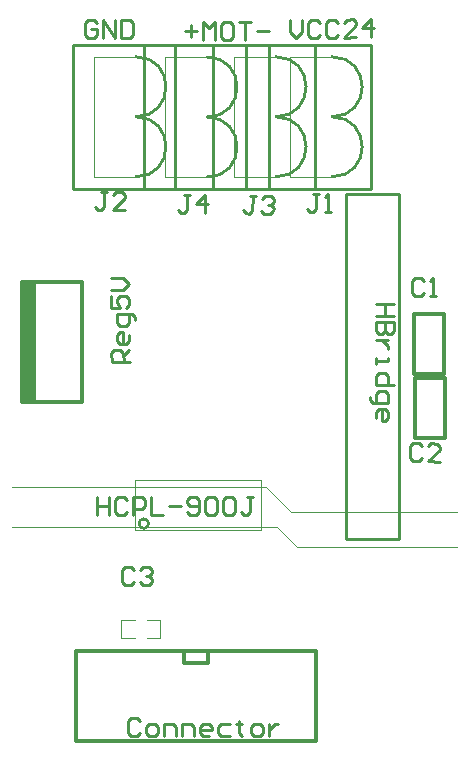
<source format=gto>
%FSLAX24Y24*%
%MOIN*%
G70*
G01*
G75*
G04 Layer_Color=65535*
%ADD10R,0.0400X0.0500*%
%ADD11R,0.0200X0.0500*%
%ADD12C,0.0236*%
%ADD13C,0.0315*%
%ADD14R,0.1200X0.1200*%
%ADD15C,0.1200*%
%ADD16O,0.0787X0.0591*%
%ADD17O,0.1500X0.0700*%
%ADD18R,0.1500X0.0700*%
%ADD19C,0.0700*%
%ADD20C,0.2362*%
%ADD21C,0.0620*%
%ADD22C,0.0500*%
%ADD23R,0.0500X0.0400*%
%ADD24C,0.0787*%
%ADD25C,0.1181*%
%ADD26C,0.0984*%
%ADD27C,0.0591*%
%ADD28C,0.0100*%
%ADD29C,0.0039*%
%ADD30C,0.0120*%
%ADD31C,0.0020*%
G54D28*
X-21570Y10930D02*
G03*
X-21570Y12930I0J1000D01*
G01*
D02*
G03*
X-21570Y14930I0J1000D01*
G01*
X-28110Y10930D02*
G03*
X-28110Y12930I0J1000D01*
G01*
D02*
G03*
X-28110Y14930I0J1000D01*
G01*
X-23440Y10930D02*
G03*
X-23440Y12930I0J1000D01*
G01*
D02*
G03*
X-23440Y14930I0J1000D01*
G01*
X-25740Y10920D02*
G03*
X-25740Y12920I0J1000D01*
G01*
D02*
G03*
X-25740Y14920I0J1000D01*
G01*
X-27692Y-630D02*
G03*
X-27692Y-630I-158J0D01*
G01*
X-23670Y15330D02*
X-20270D01*
Y10530D02*
Y15330D01*
X-23670Y10530D02*
Y15330D01*
Y10530D02*
X-20270D01*
X-30210Y15330D02*
X-26810D01*
Y10530D02*
Y15330D01*
X-30210Y10530D02*
Y15330D01*
Y10530D02*
X-26810D01*
X-25540Y15330D02*
X-22140D01*
Y10530D02*
Y15330D01*
X-25540Y10530D02*
Y15330D01*
Y10530D02*
X-22140D01*
X-27840Y15320D02*
X-24440D01*
Y10520D02*
Y15320D01*
X-27840Y10520D02*
Y15320D01*
Y10520D02*
X-24440D01*
X-19346Y-1140D02*
Y10356D01*
X-21118Y-1140D02*
X-19346D01*
X-21118D02*
Y10356D01*
X-19346D01*
X-22974Y16160D02*
X-22971Y15760D01*
X-22770Y15561D01*
X-22571Y15762D01*
X-22574Y16162D01*
X-21973Y16066D02*
X-22074Y16165D01*
X-22274Y16164D01*
X-22373Y16063D01*
X-22371Y15664D01*
X-22270Y15564D01*
X-22070Y15565D01*
X-21971Y15666D01*
X-21374Y16070D02*
X-21474Y16169D01*
X-21674Y16168D01*
X-21773Y16067D01*
X-21771Y15667D01*
X-21670Y15568D01*
X-21471Y15569D01*
X-21371Y15670D01*
X-20771Y15573D02*
X-21171Y15571D01*
X-20773Y15973D01*
X-20774Y16073D01*
X-20874Y16173D01*
X-21074Y16171D01*
X-21174Y16071D01*
X-20271Y15576D02*
X-20275Y16176D01*
X-20573Y15874D01*
X-20173Y15877D01*
X-26480Y15800D02*
X-26080D01*
X-26280Y16000D02*
Y15600D01*
X-25880Y15500D02*
Y16100D01*
X-25680Y15900D01*
X-25480Y16100D01*
Y15500D01*
X-24980Y16100D02*
X-25180D01*
X-25280Y16000D01*
Y15600D01*
X-25180Y15500D01*
X-24980D01*
X-24881Y15600D01*
Y16000D01*
X-24980Y16100D01*
X-24681D02*
X-24281D01*
X-24481D01*
Y15500D01*
X-24081Y15800D02*
X-23681D01*
X-29400Y16060D02*
X-29500Y16160D01*
X-29700D01*
X-29800Y16060D01*
Y15660D01*
X-29700Y15560D01*
X-29500D01*
X-29400Y15660D01*
Y15860D01*
X-29600D01*
X-29200Y15560D02*
Y16160D01*
X-28800Y15560D01*
Y16160D01*
X-28600D02*
Y15560D01*
X-28300D01*
X-28201Y15660D01*
Y16060D01*
X-28300Y16160D01*
X-28600D01*
X-26312Y10324D02*
X-26512Y10327D01*
X-26412Y10326D01*
X-26419Y9826D01*
X-26520Y9727D01*
X-26620Y9729D01*
X-26719Y9830D01*
X-25820Y9718D02*
X-25812Y10318D01*
X-26116Y10022D01*
X-25716Y10017D01*
X-24112Y10297D02*
X-24312Y10303D01*
X-24212Y10300D01*
X-24227Y9801D01*
X-24330Y9704D01*
X-24430Y9707D01*
X-24527Y9810D01*
X-23915Y10191D02*
X-23812Y10288D01*
X-23612Y10282D01*
X-23516Y10179D01*
X-23519Y10079D01*
X-23622Y9982D01*
X-23721Y9985D01*
X-23622Y9982D01*
X-23525Y9879D01*
X-23528Y9779D01*
X-23631Y9683D01*
X-23831Y9689D01*
X-23927Y9792D01*
X-29080Y10410D02*
X-29280D01*
X-29180D01*
Y9910D01*
X-29280Y9810D01*
X-29380D01*
X-29480Y9910D01*
X-28480Y9810D02*
X-28880D01*
X-28480Y10210D01*
Y10310D01*
X-28580Y10410D01*
X-28780D01*
X-28880Y10310D01*
X-22025Y10353D02*
X-22225Y10352D01*
X-22125Y10352D01*
X-22121Y9853D01*
X-22220Y9752D01*
X-22320Y9751D01*
X-22421Y9850D01*
X-21820Y9755D02*
X-21620Y9757D01*
X-21720Y9756D01*
X-21725Y10356D01*
X-21825Y10255D01*
X-19510Y6679D02*
X-20110Y6680D01*
X-19810Y6679D01*
X-19811Y6280D01*
X-19511Y6279D01*
X-20111Y6280D01*
X-19511Y6079D02*
X-20111Y6080D01*
X-20112Y5780D01*
X-20012Y5680D01*
X-19912Y5680D01*
X-19812Y5780D01*
X-19811Y6080D01*
X-19812Y5780D01*
X-19712Y5680D01*
X-19612Y5679D01*
X-19512Y5779D01*
X-19511Y6079D01*
X-19712Y5480D02*
X-20112Y5480D01*
X-19912Y5480D01*
X-19812Y5380D01*
X-19713Y5280D01*
X-19713Y5180D01*
X-20113Y4881D02*
X-20114Y4681D01*
X-20113Y4781D01*
X-19714Y4780D01*
X-19713Y4880D01*
X-19515Y3980D02*
X-20115Y3981D01*
X-20114Y4281D01*
X-20014Y4381D01*
X-19814Y4380D01*
X-19714Y4280D01*
X-19715Y3980D01*
X-20316Y3581D02*
X-20316Y3481D01*
X-20216Y3381D01*
X-19716Y3380D01*
X-19716Y3680D01*
X-19815Y3780D01*
X-20015Y3781D01*
X-20115Y3681D01*
X-20116Y3381D01*
X-20117Y2881D02*
X-20116Y3081D01*
X-20016Y3181D01*
X-19816Y3181D01*
X-19717Y3080D01*
X-19717Y2881D01*
X-19817Y2781D01*
X-19917Y2781D01*
X-19916Y3181D01*
X-28325Y4765D02*
X-28925Y4761D01*
X-28928Y5061D01*
X-28828Y5161D01*
X-28628Y5163D01*
X-28528Y5064D01*
X-28525Y4764D01*
X-28527Y4964D02*
X-28329Y5165D01*
X-28332Y5665D02*
X-28331Y5465D01*
X-28430Y5364D01*
X-28630Y5363D01*
X-28731Y5462D01*
X-28732Y5662D01*
X-28633Y5763D01*
X-28533Y5763D01*
X-28530Y5364D01*
X-28136Y6166D02*
X-28137Y6266D01*
X-28238Y6366D01*
X-28738Y6362D01*
X-28735Y6062D01*
X-28635Y5963D01*
X-28435Y5964D01*
X-28335Y6065D01*
X-28338Y6365D01*
X-28942Y6960D02*
X-28939Y6560D01*
X-28639Y6562D01*
X-28741Y6762D01*
X-28741Y6862D01*
X-28642Y6962D01*
X-28442Y6964D01*
X-28342Y6865D01*
X-28340Y6665D01*
X-28439Y6564D01*
X-28944Y7160D02*
X-28544Y7163D01*
X-28345Y7364D01*
X-28547Y7563D01*
X-28947Y7560D01*
X-18571Y1954D02*
X-18667Y2058D01*
X-18867Y2065D01*
X-18971Y1969D01*
X-18986Y1570D01*
X-18890Y1466D01*
X-18690Y1458D01*
X-18587Y1554D01*
X-17991Y1431D02*
X-18391Y1447D01*
X-17976Y1831D01*
X-17972Y1931D01*
X-18068Y2034D01*
X-18267Y2042D01*
X-18371Y1946D01*
X-18510Y7440D02*
X-18610Y7540D01*
X-18810D01*
X-18910Y7440D01*
Y7040D01*
X-18810Y6940D01*
X-18610D01*
X-18510Y7040D01*
X-18310Y6940D02*
X-18110D01*
X-18210D01*
Y7540D01*
X-18310Y7440D01*
X-27981Y-7220D02*
X-28081Y-7120D01*
X-28281Y-7120D01*
X-28381Y-7220D01*
X-28380Y-7620D01*
X-28280Y-7720D01*
X-28080Y-7720D01*
X-27980Y-7620D01*
X-27680Y-7719D02*
X-27480Y-7719D01*
X-27380Y-7619D01*
X-27381Y-7419D01*
X-27481Y-7319D01*
X-27681Y-7319D01*
X-27781Y-7419D01*
X-27780Y-7619D01*
X-27680Y-7719D01*
X-27180Y-7718D02*
X-27181Y-7319D01*
X-26881Y-7318D01*
X-26781Y-7418D01*
X-26781Y-7718D01*
X-26581Y-7718D02*
X-26581Y-7318D01*
X-26281Y-7317D01*
X-26181Y-7417D01*
X-26181Y-7717D01*
X-25681Y-7716D02*
X-25881Y-7717D01*
X-25981Y-7617D01*
X-25981Y-7417D01*
X-25881Y-7317D01*
X-25681Y-7317D01*
X-25581Y-7416D01*
X-25581Y-7516D01*
X-25981Y-7517D01*
X-24982Y-7316D02*
X-25282Y-7316D01*
X-25381Y-7416D01*
X-25381Y-7616D01*
X-25281Y-7716D01*
X-24981Y-7715D01*
X-24682Y-7215D02*
X-24682Y-7315D01*
X-24782Y-7315D01*
X-24582Y-7315D01*
X-24682Y-7315D01*
X-24681Y-7615D01*
X-24581Y-7715D01*
X-24181Y-7714D02*
X-23981Y-7714D01*
X-23882Y-7614D01*
X-23882Y-7414D01*
X-23982Y-7314D01*
X-24182Y-7315D01*
X-24282Y-7415D01*
X-24281Y-7615D01*
X-24181Y-7714D01*
X-23682Y-7314D02*
X-23682Y-7714D01*
X-23682Y-7514D01*
X-23582Y-7414D01*
X-23482Y-7314D01*
X-23382Y-7313D01*
X-28160Y-2170D02*
X-28260Y-2070D01*
X-28460D01*
X-28560Y-2170D01*
Y-2570D01*
X-28460Y-2670D01*
X-28260D01*
X-28160Y-2570D01*
X-27960Y-2170D02*
X-27860Y-2070D01*
X-27660D01*
X-27560Y-2170D01*
Y-2270D01*
X-27660Y-2370D01*
X-27760D01*
X-27660D01*
X-27560Y-2470D01*
Y-2570D01*
X-27660Y-2670D01*
X-27860D01*
X-27960Y-2570D01*
X-29400Y260D02*
Y-340D01*
Y-40D01*
X-29000D01*
Y260D01*
Y-340D01*
X-28400Y160D02*
X-28500Y260D01*
X-28700D01*
X-28800Y160D01*
Y-240D01*
X-28700Y-340D01*
X-28500D01*
X-28400Y-240D01*
X-28200Y-340D02*
Y260D01*
X-27900D01*
X-27801Y160D01*
Y-40D01*
X-27900Y-140D01*
X-28200D01*
X-27601Y260D02*
Y-340D01*
X-27201D01*
X-27001Y-40D02*
X-26601D01*
X-26401Y-240D02*
X-26301Y-340D01*
X-26101D01*
X-26001Y-240D01*
Y160D01*
X-26101Y260D01*
X-26301D01*
X-26401Y160D01*
Y60D01*
X-26301Y-40D01*
X-26001D01*
X-25801Y160D02*
X-25701Y260D01*
X-25501D01*
X-25401Y160D01*
Y-240D01*
X-25501Y-340D01*
X-25701D01*
X-25801Y-240D01*
Y160D01*
X-25201D02*
X-25101Y260D01*
X-24901D01*
X-24801Y160D01*
Y-240D01*
X-24901Y-340D01*
X-25101D01*
X-25201Y-240D01*
Y160D01*
X-24202Y260D02*
X-24402D01*
X-24302D01*
Y-240D01*
X-24402Y-340D01*
X-24502D01*
X-24602Y-240D01*
G54D29*
X-32250Y-730D02*
X-23420D01*
X-22970Y10930D02*
X-21570D01*
X-22970D02*
Y14930D01*
X-21570D01*
X-29510Y10930D02*
X-28110D01*
X-29510D02*
Y14930D01*
X-28110D01*
X-24840Y10930D02*
X-23440D01*
X-24840D02*
Y14930D01*
X-23440D01*
X-27140Y10920D02*
X-25740D01*
X-27140D02*
Y14920D01*
X-25740D01*
X-28150Y820D02*
X-23950D01*
Y-830D02*
Y820D01*
X-28150Y-830D02*
X-23950D01*
X-28150D02*
Y820D01*
X-23420Y-730D02*
X-22750Y-1400D01*
X-17420D01*
X-22950Y-230D02*
X-17400D01*
X-23780Y600D02*
X-22950Y-230D01*
X-32240Y600D02*
X-23780D01*
G54D30*
X-31900Y3410D02*
X-29900D01*
X-31900D02*
Y7410D01*
X-29900D01*
Y3410D02*
Y7410D01*
X-31800Y3410D02*
Y7410D01*
X-31700Y3410D02*
Y7400D01*
X-31600Y3410D02*
Y7410D01*
X-31500Y3510D02*
Y7410D01*
X-30120Y-7880D02*
Y-4880D01*
Y-7880D02*
X-22120D01*
X-30120Y-4880D02*
X-22120D01*
X-26520Y-5280D02*
Y-4880D01*
Y-5280D02*
X-25720D01*
Y-4880D01*
X-22120Y-7880D02*
Y-4880D01*
X-18840Y4360D02*
X-17840D01*
X-18840D02*
Y6360D01*
X-17840D01*
Y4360D02*
Y6360D01*
X-18810Y2230D02*
X-17810D01*
X-18810D02*
Y4230D01*
X-17810D01*
Y2230D02*
Y4230D01*
G54D31*
X-28600Y-4460D02*
X-28150D01*
X-27750Y-3860D02*
X-27300D01*
Y-4460D02*
Y-3860D01*
X-27750Y-4460D02*
X-27300D01*
X-28600D02*
Y-3860D01*
X-28150D01*
M02*

</source>
